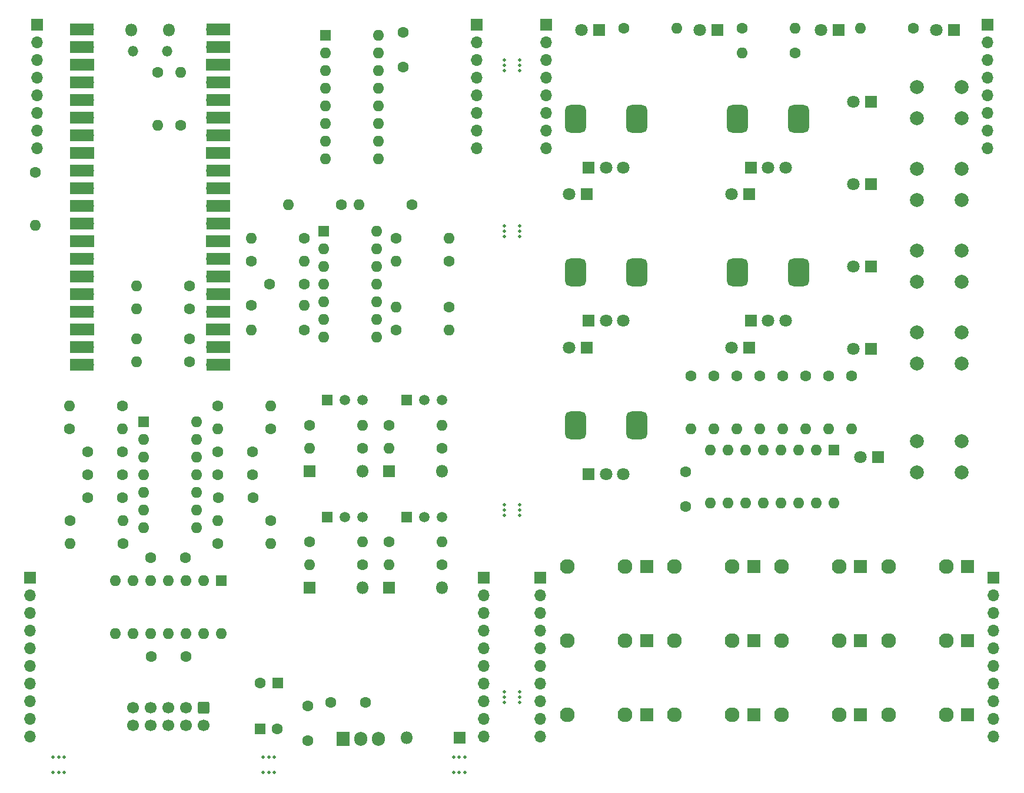
<source format=gbr>
%TF.GenerationSoftware,KiCad,Pcbnew,8.0.5*%
%TF.CreationDate,2024-12-01T23:02:53-05:00*%
%TF.ProjectId,2024.11.21_quadulator_2.0,32303234-2e31-4312-9e32-315f71756164,rev?*%
%TF.SameCoordinates,Original*%
%TF.FileFunction,Soldermask,Top*%
%TF.FilePolarity,Negative*%
%FSLAX46Y46*%
G04 Gerber Fmt 4.6, Leading zero omitted, Abs format (unit mm)*
G04 Created by KiCad (PCBNEW 8.0.5) date 2024-12-01 23:02:53*
%MOMM*%
%LPD*%
G01*
G04 APERTURE LIST*
G04 Aperture macros list*
%AMRoundRect*
0 Rectangle with rounded corners*
0 $1 Rounding radius*
0 $2 $3 $4 $5 $6 $7 $8 $9 X,Y pos of 4 corners*
0 Add a 4 corners polygon primitive as box body*
4,1,4,$2,$3,$4,$5,$6,$7,$8,$9,$2,$3,0*
0 Add four circle primitives for the rounded corners*
1,1,$1+$1,$2,$3*
1,1,$1+$1,$4,$5*
1,1,$1+$1,$6,$7*
1,1,$1+$1,$8,$9*
0 Add four rect primitives between the rounded corners*
20,1,$1+$1,$2,$3,$4,$5,0*
20,1,$1+$1,$4,$5,$6,$7,0*
20,1,$1+$1,$6,$7,$8,$9,0*
20,1,$1+$1,$8,$9,$2,$3,0*%
G04 Aperture macros list end*
%ADD10C,0.500000*%
%ADD11R,1.700000X1.700000*%
%ADD12O,1.700000X1.700000*%
%ADD13C,1.600000*%
%ADD14O,1.600000X1.600000*%
%ADD15R,1.800000X1.800000*%
%ADD16C,1.800000*%
%ADD17C,2.000000*%
%ADD18O,1.800000X1.800000*%
%ADD19R,1.600000X1.600000*%
%ADD20RoundRect,0.750000X0.750000X-1.250000X0.750000X1.250000X-0.750000X1.250000X-0.750000X-1.250000X0*%
%ADD21R,1.500000X1.500000*%
%ADD22C,1.500000*%
%ADD23R,1.830000X1.930000*%
%ADD24C,2.130000*%
%ADD25RoundRect,0.250000X-0.600000X0.600000X-0.600000X-0.600000X0.600000X-0.600000X0.600000X0.600000X0*%
%ADD26C,1.700000*%
%ADD27R,1.905000X2.000000*%
%ADD28O,1.905000X2.000000*%
%ADD29O,1.500000X1.500000*%
%ADD30R,3.500000X1.700000*%
G04 APERTURE END LIST*
D10*
%TO.C,mouse-bite-2.54mm-slot*%
X37884000Y-110388400D03*
X37884000Y-108188400D03*
X37084000Y-110388400D03*
X37084000Y-108188400D03*
X36284000Y-110388400D03*
X36284000Y-108188400D03*
%TD*%
%TO.C,mouse-bite-2.54mm-slot*%
X7658000Y-110388400D03*
X7658000Y-108188400D03*
X6858000Y-110388400D03*
X6858000Y-108188400D03*
X6058000Y-110388400D03*
X6058000Y-108188400D03*
%TD*%
%TO.C,mouse-bite-2.54mm-slot*%
X65278000Y-110388400D03*
X65278000Y-108188400D03*
X64478000Y-110388400D03*
X64478000Y-108188400D03*
X63678000Y-110388400D03*
X63678000Y-108188400D03*
%TD*%
D11*
%TO.C,J4*%
X2775000Y-82375000D03*
D12*
X2775000Y-84915000D03*
X2775000Y-87455000D03*
X2775000Y-89995000D03*
X2775000Y-92535000D03*
X2775000Y-95075000D03*
X2775000Y-97615000D03*
X2775000Y-100155000D03*
X2775000Y-102695000D03*
X2775000Y-105235000D03*
%TD*%
D13*
%TO.C,R35*%
X114300000Y-53340000D03*
D14*
X114300000Y-60960000D03*
%TD*%
D15*
%TO.C,D6*%
X123698000Y-49444000D03*
D16*
X121158000Y-49444000D03*
%TD*%
D13*
%TO.C,C13*%
X20066000Y-79502000D03*
X25066000Y-79502000D03*
%TD*%
D17*
%TO.C,SW3*%
X130302000Y-35281332D03*
X136802000Y-35281332D03*
X130302000Y-39781332D03*
X136802000Y-39781332D03*
%TD*%
D10*
%TO.C,mouse-bite-2.54mm-slot*%
X70975000Y-73433000D03*
X73175000Y-73433000D03*
X70975000Y-72633000D03*
X73175000Y-72633000D03*
X70975000Y-71833000D03*
X73175000Y-71833000D03*
%TD*%
D15*
%TO.C,D2*%
X54356000Y-67056000D03*
D18*
X61976000Y-67056000D03*
%TD*%
D19*
%TO.C,C2*%
X38354000Y-97536000D03*
D13*
X35854000Y-97536000D03*
%TD*%
D10*
%TO.C,mouse-bite-2.54mm-slot*%
X70975000Y-100357000D03*
X73175000Y-100357000D03*
X70975000Y-99557000D03*
X73175000Y-99557000D03*
X70975000Y-98757000D03*
X73175000Y-98757000D03*
%TD*%
D13*
%TO.C,R42*%
X105156000Y-3302000D03*
D14*
X112776000Y-3302000D03*
%TD*%
D17*
%TO.C,SW2*%
X130302000Y-23500666D03*
X136802000Y-23500666D03*
X130302000Y-28000666D03*
X136802000Y-28000666D03*
%TD*%
D13*
%TO.C,R22*%
X29758000Y-57658000D03*
D14*
X37378000Y-57658000D03*
%TD*%
D13*
%TO.C,R18*%
X25654000Y-48006000D03*
D14*
X18034000Y-48006000D03*
%TD*%
D15*
%TO.C,RV2*%
X106426000Y-23322000D03*
D16*
X108926000Y-23322000D03*
X111426000Y-23322000D03*
D20*
X104526000Y-16322000D03*
X113326000Y-16322000D03*
%TD*%
D21*
%TO.C,Q1*%
X56896000Y-56838000D03*
D22*
X59436000Y-56838000D03*
X61976000Y-56838000D03*
%TD*%
D15*
%TO.C,D17*%
X135636000Y-3556000D03*
D16*
X133096000Y-3556000D03*
%TD*%
D15*
%TO.C,RV4*%
X106426000Y-45387000D03*
D16*
X108926000Y-45387000D03*
X111426000Y-45387000D03*
D20*
X104526000Y-38387000D03*
X113326000Y-38387000D03*
%TD*%
D13*
%TO.C,R8*%
X63002000Y-43429000D03*
D14*
X55382000Y-43429000D03*
%TD*%
D15*
%TO.C,RV5*%
X83098000Y-67452000D03*
D16*
X85598000Y-67452000D03*
X88098000Y-67452000D03*
D20*
X81198000Y-60452000D03*
X89998000Y-60452000D03*
%TD*%
D13*
%TO.C,C5*%
X11042000Y-64262000D03*
X16042000Y-64262000D03*
%TD*%
D23*
%TO.C,J15*%
X91440000Y-80772000D03*
D24*
X80040000Y-80772000D03*
X88340000Y-80772000D03*
%TD*%
D11*
%TO.C,J9*%
X76115000Y-82375000D03*
D12*
X76115000Y-84915000D03*
X76115000Y-87455000D03*
X76115000Y-89995000D03*
X76115000Y-92535000D03*
X76115000Y-95075000D03*
X76115000Y-97615000D03*
X76115000Y-100155000D03*
X76115000Y-102695000D03*
X76115000Y-105235000D03*
%TD*%
D11*
%TO.C,J3*%
X67000000Y-2775000D03*
D12*
X67000000Y-5315000D03*
X67000000Y-7855000D03*
X67000000Y-10395000D03*
X67000000Y-12935000D03*
X67000000Y-15475000D03*
X67000000Y-18015000D03*
X67000000Y-20555000D03*
%TD*%
D13*
%TO.C,R29*%
X21082000Y-9652000D03*
D14*
X21082000Y-17272000D03*
%TD*%
D13*
%TO.C,R26*%
X50546000Y-63754000D03*
D14*
X42926000Y-63754000D03*
%TD*%
D13*
%TO.C,C11*%
X42174000Y-40127000D03*
X37174000Y-40127000D03*
%TD*%
D15*
%TO.C,RV1*%
X83098000Y-23322000D03*
D16*
X85598000Y-23322000D03*
X88098000Y-23322000D03*
D20*
X81198000Y-16322000D03*
X89998000Y-16322000D03*
%TD*%
D15*
%TO.C,D5*%
X42926000Y-83820000D03*
D18*
X50546000Y-83820000D03*
%TD*%
D15*
%TO.C,D14*%
X84582000Y-3556000D03*
D16*
X82042000Y-3556000D03*
%TD*%
D13*
%TO.C,R15*%
X25654000Y-43688000D03*
D14*
X18034000Y-43688000D03*
%TD*%
D13*
%TO.C,R11*%
X8422000Y-60960000D03*
D14*
X16042000Y-60960000D03*
%TD*%
D15*
%TO.C,D4*%
X42926000Y-67056000D03*
D18*
X50546000Y-67056000D03*
%TD*%
D19*
%TO.C,U3*%
X44968000Y-32507000D03*
D14*
X44968000Y-35047000D03*
X44968000Y-37587000D03*
X44968000Y-40127000D03*
X44968000Y-42667000D03*
X44968000Y-45207000D03*
X44968000Y-47747000D03*
X52588000Y-47747000D03*
X52588000Y-45207000D03*
X52588000Y-42667000D03*
X52588000Y-40127000D03*
X52588000Y-37587000D03*
X52588000Y-35047000D03*
X52588000Y-32507000D03*
%TD*%
D19*
%TO.C,U4*%
X45212000Y-4318000D03*
D14*
X45212000Y-6858000D03*
X45212000Y-9398000D03*
X45212000Y-11938000D03*
X45212000Y-14478000D03*
X45212000Y-17018000D03*
X45212000Y-19558000D03*
X45212000Y-22098000D03*
X52832000Y-22098000D03*
X52832000Y-19558000D03*
X52832000Y-17018000D03*
X52832000Y-14478000D03*
X52832000Y-11938000D03*
X52832000Y-9398000D03*
X52832000Y-6858000D03*
X52832000Y-4318000D03*
%TD*%
D13*
%TO.C,R16*%
X16082000Y-77470000D03*
D14*
X8462000Y-77470000D03*
%TD*%
D15*
%TO.C,D1*%
X64516000Y-105410000D03*
D18*
X56896000Y-105410000D03*
%TD*%
D23*
%TO.C,J16*%
X106839333Y-80772000D03*
D24*
X95439333Y-80772000D03*
X103739333Y-80772000D03*
%TD*%
D13*
%TO.C,R5*%
X42174000Y-46731000D03*
D14*
X34554000Y-46731000D03*
%TD*%
D15*
%TO.C,D12*%
X106167000Y-49276000D03*
D16*
X103627000Y-49276000D03*
%TD*%
D17*
%TO.C,SW1*%
X130302000Y-11720000D03*
X136802000Y-11720000D03*
X130302000Y-16220000D03*
X136802000Y-16220000D03*
%TD*%
D13*
%TO.C,R17*%
X37378000Y-74168000D03*
D14*
X29758000Y-74168000D03*
%TD*%
D10*
%TO.C,mouse-bite-2.54mm-slot*%
X70975000Y-9425000D03*
X73175000Y-9425000D03*
X70975000Y-8625000D03*
X73175000Y-8625000D03*
X70975000Y-7825000D03*
X73175000Y-7825000D03*
%TD*%
D13*
%TO.C,R2*%
X61976000Y-63754000D03*
D14*
X54356000Y-63754000D03*
%TD*%
D13*
%TO.C,R31*%
X24384000Y-17272000D03*
D14*
X24384000Y-9652000D03*
%TD*%
D15*
%TO.C,D8*%
X123698000Y-25710666D03*
D16*
X121158000Y-25710666D03*
%TD*%
D13*
%TO.C,R38*%
X104394000Y-53340000D03*
D14*
X104394000Y-60960000D03*
%TD*%
D19*
%TO.C,U7*%
X30226000Y-82804000D03*
D14*
X27686000Y-82804000D03*
X25146000Y-82804000D03*
X22606000Y-82804000D03*
X20066000Y-82804000D03*
X17526000Y-82804000D03*
X14986000Y-82804000D03*
X14986000Y-90424000D03*
X17526000Y-90424000D03*
X20066000Y-90424000D03*
X22606000Y-90424000D03*
X25146000Y-90424000D03*
X27686000Y-90424000D03*
X30226000Y-90424000D03*
%TD*%
D13*
%TO.C,R33*%
X120904000Y-53340000D03*
D14*
X120904000Y-60960000D03*
%TD*%
D13*
%TO.C,C16*%
X42672000Y-105838000D03*
X42672000Y-100838000D03*
%TD*%
%TO.C,R44*%
X129799000Y-3302000D03*
D14*
X122179000Y-3302000D03*
%TD*%
D25*
%TO.C,J1*%
X27686000Y-101092000D03*
D26*
X25146000Y-101092000D03*
X22606000Y-101092000D03*
X20066000Y-101092000D03*
X17526000Y-101092000D03*
X17526000Y-103632000D03*
X20066000Y-103632000D03*
X22606000Y-103632000D03*
X25146000Y-103632000D03*
X27686000Y-103632000D03*
%TD*%
D15*
%TO.C,D9*%
X123698000Y-13844000D03*
D16*
X121158000Y-13844000D03*
%TD*%
D13*
%TO.C,R13*%
X16042000Y-57658000D03*
D14*
X8422000Y-57658000D03*
%TD*%
D11*
%TO.C,J6*%
X68025000Y-82375000D03*
D12*
X68025000Y-84915000D03*
X68025000Y-87455000D03*
X68025000Y-89995000D03*
X68025000Y-92535000D03*
X68025000Y-95075000D03*
X68025000Y-97615000D03*
X68025000Y-100155000D03*
X68025000Y-102695000D03*
X68025000Y-105235000D03*
%TD*%
D13*
%TO.C,R9*%
X55382000Y-33523000D03*
D14*
X63002000Y-33523000D03*
%TD*%
D15*
%TO.C,D15*%
X101600000Y-3556000D03*
D16*
X99060000Y-3556000D03*
%TD*%
D13*
%TO.C,R30*%
X47498000Y-28702000D03*
D14*
X39878000Y-28702000D03*
%TD*%
D13*
%TO.C,R40*%
X97790000Y-53340000D03*
D14*
X97790000Y-60960000D03*
%TD*%
D13*
%TO.C,R21*%
X25654000Y-51308000D03*
D14*
X18034000Y-51308000D03*
%TD*%
D13*
%TO.C,R24*%
X61976000Y-80518000D03*
D14*
X54356000Y-80518000D03*
%TD*%
D11*
%TO.C,J8*%
X141365000Y-82375000D03*
D12*
X141365000Y-84915000D03*
X141365000Y-87455000D03*
X141365000Y-89995000D03*
X141365000Y-92535000D03*
X141365000Y-95075000D03*
X141365000Y-97615000D03*
X141365000Y-100155000D03*
X141365000Y-102695000D03*
X141365000Y-105235000D03*
%TD*%
D15*
%TO.C,D18*%
X124771000Y-65024000D03*
D16*
X122231000Y-65024000D03*
%TD*%
D19*
%TO.C,C1*%
X35814000Y-104086000D03*
D13*
X38314000Y-104086000D03*
%TD*%
%TO.C,R36*%
X110998000Y-53340000D03*
D14*
X110998000Y-60960000D03*
%TD*%
D10*
%TO.C,mouse-bite-2.54mm-slot*%
X70975000Y-33301000D03*
X73175000Y-33301000D03*
X70975000Y-32501000D03*
X73175000Y-32501000D03*
X70975000Y-31701000D03*
X73175000Y-31701000D03*
%TD*%
D27*
%TO.C,U1*%
X47752000Y-105593000D03*
D28*
X50292000Y-105593000D03*
X52832000Y-105593000D03*
%TD*%
D21*
%TO.C,Q3*%
X45456000Y-56838000D03*
D22*
X47996000Y-56838000D03*
X50536000Y-56838000D03*
%TD*%
D13*
%TO.C,R37*%
X107696000Y-53340000D03*
D14*
X107696000Y-60960000D03*
%TD*%
D13*
%TO.C,C9*%
X16042000Y-67564000D03*
X11042000Y-67564000D03*
%TD*%
%TO.C,C12*%
X56388000Y-8890000D03*
X56388000Y-3890000D03*
%TD*%
D15*
%TO.C,D3*%
X54356000Y-83820000D03*
D18*
X61976000Y-83820000D03*
%TD*%
D13*
%TO.C,R10*%
X62992000Y-36830000D03*
D14*
X55372000Y-36830000D03*
%TD*%
D11*
%TO.C,J7*%
X77000000Y-2775000D03*
D12*
X77000000Y-5315000D03*
X77000000Y-7855000D03*
X77000000Y-10395000D03*
X77000000Y-12935000D03*
X77000000Y-15475000D03*
X77000000Y-18015000D03*
X77000000Y-20555000D03*
%TD*%
D17*
%TO.C,SW4*%
X130302000Y-47062000D03*
X136802000Y-47062000D03*
X130302000Y-51562000D03*
X136802000Y-51562000D03*
%TD*%
D13*
%TO.C,R43*%
X112776000Y-6858000D03*
D14*
X105156000Y-6858000D03*
%TD*%
D13*
%TO.C,R14*%
X8462000Y-74168000D03*
D14*
X16082000Y-74168000D03*
%TD*%
D23*
%TO.C,J20*%
X122238666Y-91440000D03*
D24*
X110838666Y-91440000D03*
X119138666Y-91440000D03*
%TD*%
D15*
%TO.C,D16*%
X119038000Y-3556000D03*
D16*
X116498000Y-3556000D03*
%TD*%
D19*
%TO.C,U6*%
X118364000Y-64008000D03*
D14*
X115824000Y-64008000D03*
X113284000Y-64008000D03*
X110744000Y-64008000D03*
X108204000Y-64008000D03*
X105664000Y-64008000D03*
X103124000Y-64008000D03*
X100584000Y-64008000D03*
X100584000Y-71628000D03*
X103124000Y-71628000D03*
X105664000Y-71628000D03*
X108204000Y-71628000D03*
X110744000Y-71628000D03*
X113284000Y-71628000D03*
X115824000Y-71628000D03*
X118364000Y-71628000D03*
%TD*%
D23*
%TO.C,J18*%
X137638000Y-80772000D03*
D24*
X126238000Y-80772000D03*
X134538000Y-80772000D03*
%TD*%
D13*
%TO.C,R34*%
X117602000Y-53340000D03*
D14*
X117602000Y-60960000D03*
%TD*%
D13*
%TO.C,C7*%
X34838000Y-70866000D03*
X29838000Y-70866000D03*
%TD*%
%TO.C,R28*%
X50546000Y-80518000D03*
D14*
X42926000Y-80518000D03*
%TD*%
D19*
%TO.C,U5*%
X19090000Y-59944000D03*
D14*
X19090000Y-62484000D03*
X19090000Y-65024000D03*
X19090000Y-67564000D03*
X19090000Y-70104000D03*
X19090000Y-72644000D03*
X19090000Y-75184000D03*
X26710000Y-75184000D03*
X26710000Y-72644000D03*
X26710000Y-70104000D03*
X26710000Y-67564000D03*
X26710000Y-65024000D03*
X26710000Y-62484000D03*
X26710000Y-59944000D03*
%TD*%
D23*
%TO.C,J13*%
X122238666Y-102108000D03*
D24*
X110838666Y-102108000D03*
X119138666Y-102108000D03*
%TD*%
D13*
%TO.C,R27*%
X42926000Y-77216000D03*
D14*
X50546000Y-77216000D03*
%TD*%
D21*
%TO.C,Q2*%
X56896000Y-73660000D03*
D22*
X59436000Y-73660000D03*
X61976000Y-73660000D03*
%TD*%
D13*
%TO.C,C14*%
X20146000Y-93726000D03*
X25146000Y-93726000D03*
%TD*%
%TO.C,R32*%
X57658000Y-28702000D03*
D14*
X50038000Y-28702000D03*
%TD*%
D23*
%TO.C,J14*%
X137638000Y-102108000D03*
D24*
X126238000Y-102108000D03*
X134538000Y-102108000D03*
%TD*%
D23*
%TO.C,J19*%
X106839333Y-91440000D03*
D24*
X95439333Y-91440000D03*
X103739333Y-91440000D03*
%TD*%
D13*
%TO.C,R7*%
X55382000Y-46731000D03*
D14*
X63002000Y-46731000D03*
%TD*%
D13*
%TO.C,C15*%
X97028000Y-67096000D03*
X97028000Y-72096000D03*
%TD*%
D15*
%TO.C,D7*%
X123698000Y-37577332D03*
D16*
X121158000Y-37577332D03*
%TD*%
D23*
%TO.C,J10*%
X91440000Y-102108000D03*
D24*
X80040000Y-102108000D03*
X88340000Y-102108000D03*
%TD*%
D13*
%TO.C,R25*%
X42926000Y-60452000D03*
D14*
X50546000Y-60452000D03*
%TD*%
D13*
%TO.C,R6*%
X34544000Y-43180000D03*
D14*
X42164000Y-43180000D03*
%TD*%
D21*
%TO.C,Q4*%
X45466000Y-73660000D03*
D22*
X48006000Y-73660000D03*
X50546000Y-73660000D03*
%TD*%
D13*
%TO.C,R20*%
X37378000Y-60960000D03*
D14*
X29758000Y-60960000D03*
%TD*%
D13*
%TO.C,R41*%
X88138000Y-3302000D03*
D14*
X95758000Y-3302000D03*
%TD*%
D15*
%TO.C,D13*%
X82804000Y-49276000D03*
D16*
X80264000Y-49276000D03*
%TD*%
D13*
%TO.C,C10*%
X34758000Y-67564000D03*
X29758000Y-67564000D03*
%TD*%
D23*
%TO.C,J21*%
X137638000Y-91440000D03*
D24*
X126238000Y-91440000D03*
X134538000Y-91440000D03*
%TD*%
D23*
%TO.C,J12*%
X106839333Y-102108000D03*
D24*
X95439333Y-102108000D03*
X103739333Y-102108000D03*
%TD*%
D13*
%TO.C,R3*%
X42164000Y-33523000D03*
D14*
X34544000Y-33523000D03*
%TD*%
D13*
%TO.C,C6*%
X11042000Y-70866000D03*
X16042000Y-70866000D03*
%TD*%
%TO.C,C3*%
X51014000Y-100330000D03*
X46014000Y-100330000D03*
%TD*%
%TO.C,R45*%
X3500000Y-24000000D03*
D14*
X3500000Y-31620000D03*
%TD*%
D13*
%TO.C,R19*%
X29758000Y-77470000D03*
D14*
X37378000Y-77470000D03*
%TD*%
D15*
%TO.C,D10*%
X106172000Y-27178000D03*
D16*
X103632000Y-27178000D03*
%TD*%
D13*
%TO.C,R12*%
X25654000Y-40386000D03*
D14*
X18034000Y-40386000D03*
%TD*%
D18*
%TO.C,U2*%
X17272000Y-3556000D03*
D29*
X17572000Y-6586000D03*
X22422000Y-6586000D03*
D18*
X22722000Y-3556000D03*
D12*
X11107000Y-3426000D03*
D30*
X10207000Y-3426000D03*
D12*
X11107000Y-5966000D03*
D30*
X10207000Y-5966000D03*
D11*
X11107000Y-8506000D03*
D30*
X10207000Y-8506000D03*
D12*
X11107000Y-11046000D03*
D30*
X10207000Y-11046000D03*
D12*
X11107000Y-13586000D03*
D30*
X10207000Y-13586000D03*
D12*
X11107000Y-16126000D03*
D30*
X10207000Y-16126000D03*
D12*
X11107000Y-18666000D03*
D30*
X10207000Y-18666000D03*
D11*
X11107000Y-21206000D03*
D30*
X10207000Y-21206000D03*
D12*
X11107000Y-23746000D03*
D30*
X10207000Y-23746000D03*
D12*
X11107000Y-26286000D03*
D30*
X10207000Y-26286000D03*
D12*
X11107000Y-28826000D03*
D30*
X10207000Y-28826000D03*
D12*
X11107000Y-31366000D03*
D30*
X10207000Y-31366000D03*
D11*
X11107000Y-33906000D03*
D30*
X10207000Y-33906000D03*
D12*
X11107000Y-36446000D03*
D30*
X10207000Y-36446000D03*
D12*
X11107000Y-38986000D03*
D30*
X10207000Y-38986000D03*
D12*
X11107000Y-41526000D03*
D30*
X10207000Y-41526000D03*
D12*
X11107000Y-44066000D03*
D30*
X10207000Y-44066000D03*
D11*
X11107000Y-46606000D03*
D30*
X10207000Y-46606000D03*
D12*
X11107000Y-49146000D03*
D30*
X10207000Y-49146000D03*
D12*
X11107000Y-51686000D03*
D30*
X10207000Y-51686000D03*
D12*
X28887000Y-51686000D03*
D30*
X29787000Y-51686000D03*
D12*
X28887000Y-49146000D03*
D30*
X29787000Y-49146000D03*
D11*
X28887000Y-46606000D03*
D30*
X29787000Y-46606000D03*
D12*
X28887000Y-44066000D03*
D30*
X29787000Y-44066000D03*
D12*
X28887000Y-41526000D03*
D30*
X29787000Y-41526000D03*
D12*
X28887000Y-38986000D03*
D30*
X29787000Y-38986000D03*
D12*
X28887000Y-36446000D03*
D30*
X29787000Y-36446000D03*
D11*
X28887000Y-33906000D03*
D30*
X29787000Y-33906000D03*
D12*
X28887000Y-31366000D03*
D30*
X29787000Y-31366000D03*
D12*
X28887000Y-28826000D03*
D30*
X29787000Y-28826000D03*
D12*
X28887000Y-26286000D03*
D30*
X29787000Y-26286000D03*
D12*
X28887000Y-23746000D03*
D30*
X29787000Y-23746000D03*
D11*
X28887000Y-21206000D03*
D30*
X29787000Y-21206000D03*
D12*
X28887000Y-18666000D03*
D30*
X29787000Y-18666000D03*
D12*
X28887000Y-16126000D03*
D30*
X29787000Y-16126000D03*
D12*
X28887000Y-13586000D03*
D30*
X29787000Y-13586000D03*
D12*
X28887000Y-11046000D03*
D30*
X29787000Y-11046000D03*
D11*
X28887000Y-8506000D03*
D30*
X29787000Y-8506000D03*
D12*
X28887000Y-5966000D03*
D30*
X29787000Y-5966000D03*
D12*
X28887000Y-3426000D03*
D30*
X29787000Y-3426000D03*
%TD*%
D15*
%TO.C,D11*%
X82804000Y-27178000D03*
D16*
X80264000Y-27178000D03*
%TD*%
D15*
%TO.C,RV3*%
X83098000Y-45387000D03*
D16*
X85598000Y-45387000D03*
X88098000Y-45387000D03*
D20*
X81198000Y-38387000D03*
X89998000Y-38387000D03*
%TD*%
D23*
%TO.C,J17*%
X122238666Y-80772000D03*
D24*
X110838666Y-80772000D03*
X119138666Y-80772000D03*
%TD*%
D23*
%TO.C,J11*%
X91440000Y-91440000D03*
D24*
X80040000Y-91440000D03*
X88340000Y-91440000D03*
%TD*%
D13*
%TO.C,R1*%
X54356000Y-60452000D03*
D14*
X61976000Y-60452000D03*
%TD*%
D13*
%TO.C,R23*%
X54356000Y-77216000D03*
D14*
X61976000Y-77216000D03*
%TD*%
D13*
%TO.C,C8*%
X34758000Y-64262000D03*
X29758000Y-64262000D03*
%TD*%
D17*
%TO.C,SW5*%
X130302000Y-62738000D03*
X136802000Y-62738000D03*
X130302000Y-67238000D03*
X136802000Y-67238000D03*
%TD*%
D11*
%TO.C,J2*%
X3750000Y-2775000D03*
D12*
X3750000Y-5315000D03*
X3750000Y-7855000D03*
X3750000Y-10395000D03*
X3750000Y-12935000D03*
X3750000Y-15475000D03*
X3750000Y-18015000D03*
X3750000Y-20555000D03*
%TD*%
D13*
%TO.C,R39*%
X101092000Y-53340000D03*
D14*
X101092000Y-60960000D03*
%TD*%
D13*
%TO.C,R4*%
X34544000Y-36830000D03*
D14*
X42164000Y-36830000D03*
%TD*%
D11*
%TO.C,J5*%
X140500000Y-2775000D03*
D12*
X140500000Y-5315000D03*
X140500000Y-7855000D03*
X140500000Y-10395000D03*
X140500000Y-12935000D03*
X140500000Y-15475000D03*
X140500000Y-18015000D03*
X140500000Y-20555000D03*
%TD*%
M02*

</source>
